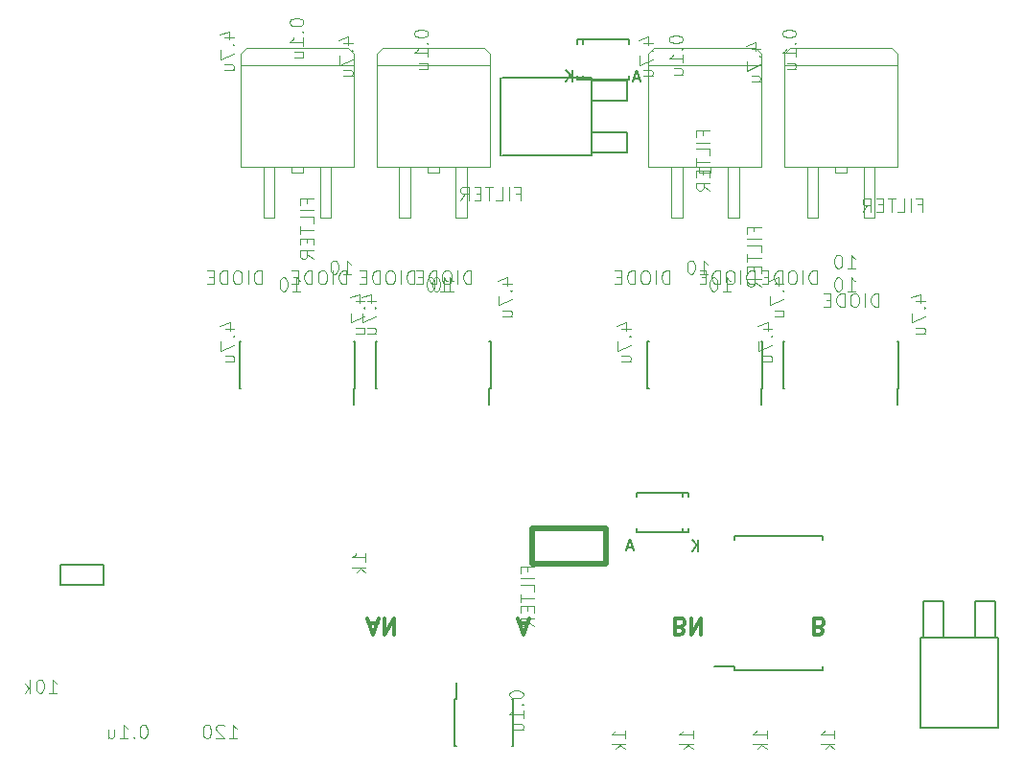
<source format=gbr>
G04 #@! TF.FileFunction,Legend,Bot*
%FSLAX46Y46*%
G04 Gerber Fmt 4.6, Leading zero omitted, Abs format (unit mm)*
G04 Created by KiCad (PCBNEW 4.0.5) date 02/04/17 19:18:08*
%MOMM*%
%LPD*%
G01*
G04 APERTURE LIST*
%ADD10C,0.100000*%
%ADD11C,0.300000*%
%ADD12C,0.150000*%
%ADD13C,0.500000*%
%ADD14C,0.101600*%
G04 APERTURE END LIST*
D10*
D11*
X28357143Y-58750000D02*
X29071429Y-58750000D01*
X28214286Y-58321429D02*
X28714286Y-59821429D01*
X29214286Y-58321429D01*
X29714286Y-58321429D02*
X29714286Y-59821429D01*
X30571429Y-58321429D01*
X30571429Y-59821429D01*
X68107143Y-59107143D02*
X68321429Y-59035714D01*
X68392857Y-58964286D01*
X68464286Y-58821429D01*
X68464286Y-58607143D01*
X68392857Y-58464286D01*
X68321429Y-58392857D01*
X68178571Y-58321429D01*
X67607143Y-58321429D01*
X67607143Y-59821429D01*
X68107143Y-59821429D01*
X68250000Y-59750000D01*
X68321429Y-59678571D01*
X68392857Y-59535714D01*
X68392857Y-59392857D01*
X68321429Y-59250000D01*
X68250000Y-59178571D01*
X68107143Y-59107143D01*
X67607143Y-59107143D01*
X55821429Y-59107143D02*
X56035715Y-59035714D01*
X56107143Y-58964286D01*
X56178572Y-58821429D01*
X56178572Y-58607143D01*
X56107143Y-58464286D01*
X56035715Y-58392857D01*
X55892857Y-58321429D01*
X55321429Y-58321429D01*
X55321429Y-59821429D01*
X55821429Y-59821429D01*
X55964286Y-59750000D01*
X56035715Y-59678571D01*
X56107143Y-59535714D01*
X56107143Y-59392857D01*
X56035715Y-59250000D01*
X55964286Y-59178571D01*
X55821429Y-59107143D01*
X55321429Y-59107143D01*
X56821429Y-58321429D02*
X56821429Y-59821429D01*
X57678572Y-58321429D01*
X57678572Y-59821429D01*
X41642857Y-58750000D02*
X42357143Y-58750000D01*
X41500000Y-58321429D02*
X42000000Y-59821429D01*
X42500000Y-58321429D01*
D10*
X34500000Y-18500000D02*
X34500000Y-19000000D01*
X34500000Y-19000000D02*
X33500000Y-19000000D01*
X33500000Y-19000000D02*
X33500000Y-18500000D01*
X32000000Y-18500000D02*
X32000000Y-23000000D01*
X32000000Y-23000000D02*
X31000000Y-23000000D01*
X31000000Y-23000000D02*
X31000000Y-18500000D01*
X37000000Y-18500000D02*
X37000000Y-23000000D01*
X37000000Y-23000000D02*
X36000000Y-23000000D01*
X36000000Y-23000000D02*
X36000000Y-18500000D01*
X29500000Y-8000000D02*
X38500000Y-8000000D01*
X38500000Y-8000000D02*
X39000000Y-8500000D01*
X29000000Y-8500000D02*
X29500000Y-8000000D01*
X29000000Y-9500000D02*
X29000000Y-8500000D01*
X39000000Y-9500000D02*
X39000000Y-8500000D01*
X39000000Y-9500000D02*
X39000000Y-18500000D01*
X29000000Y-9500000D02*
X39000000Y-9500000D01*
X29000000Y-18500000D02*
X29000000Y-9500000D01*
X29000000Y-18500000D02*
X39000000Y-18500000D01*
D12*
X35925000Y-65425000D02*
X36070000Y-65425000D01*
X35925000Y-69575000D02*
X36070000Y-69575000D01*
X41075000Y-69575000D02*
X40930000Y-69575000D01*
X41075000Y-65425000D02*
X40930000Y-65425000D01*
X35925000Y-65425000D02*
X35925000Y-69575000D01*
X41075000Y-65425000D02*
X41075000Y-69575000D01*
X36070000Y-65425000D02*
X36070000Y-64025000D01*
X39075000Y-38075000D02*
X38970000Y-38075000D01*
X39075000Y-33925000D02*
X38970000Y-33925000D01*
X28925000Y-33925000D02*
X29030000Y-33925000D01*
X28925000Y-38075000D02*
X29030000Y-38075000D01*
X39075000Y-38075000D02*
X39075000Y-33925000D01*
X28925000Y-38075000D02*
X28925000Y-33925000D01*
X38970000Y-38075000D02*
X38970000Y-39450000D01*
X47976000Y-15397000D02*
X51151000Y-15397000D01*
X51151000Y-15397000D02*
X51151000Y-17175000D01*
X51151000Y-17175000D02*
X47976000Y-17175000D01*
X47976000Y-10825000D02*
X51151000Y-10825000D01*
X51151000Y-10825000D02*
X51151000Y-12603000D01*
X51151000Y-12603000D02*
X47976000Y-12603000D01*
X41880000Y-17429000D02*
X47976000Y-17429000D01*
X47976000Y-17429000D02*
X47976000Y-10571000D01*
X47976000Y-10571000D02*
X40102000Y-10571000D01*
X39975000Y-10571000D02*
X39975000Y-17429000D01*
X40102000Y-17429000D02*
X41880000Y-17429000D01*
X27075000Y-38075000D02*
X26970000Y-38075000D01*
X27075000Y-33925000D02*
X26970000Y-33925000D01*
X16925000Y-33925000D02*
X17030000Y-33925000D01*
X16925000Y-38075000D02*
X17030000Y-38075000D01*
X27075000Y-38075000D02*
X27075000Y-33925000D01*
X16925000Y-38075000D02*
X16925000Y-33925000D01*
X26970000Y-38075000D02*
X26970000Y-39450000D01*
X75075000Y-38075000D02*
X74970000Y-38075000D01*
X75075000Y-33925000D02*
X74970000Y-33925000D01*
X64925000Y-33925000D02*
X65030000Y-33925000D01*
X64925000Y-38075000D02*
X65030000Y-38075000D01*
X75075000Y-38075000D02*
X75075000Y-33925000D01*
X64925000Y-38075000D02*
X64925000Y-33925000D01*
X74970000Y-38075000D02*
X74970000Y-39450000D01*
X63075000Y-38075000D02*
X62970000Y-38075000D01*
X63075000Y-33925000D02*
X62970000Y-33925000D01*
X52925000Y-33925000D02*
X53030000Y-33925000D01*
X52925000Y-38075000D02*
X53030000Y-38075000D01*
X63075000Y-38075000D02*
X63075000Y-33925000D01*
X52925000Y-38075000D02*
X52925000Y-33925000D01*
X62970000Y-38075000D02*
X62970000Y-39450000D01*
X56049140Y-50750060D02*
X56049140Y-50399540D01*
X56049140Y-47249940D02*
X56049140Y-47600460D01*
X51999560Y-50750060D02*
X51999560Y-50399540D01*
X56500440Y-50750060D02*
X56500440Y-50399540D01*
X56500440Y-47249940D02*
X56500440Y-47600460D01*
X51999560Y-47249940D02*
X51999560Y-47600460D01*
X56500440Y-50750060D02*
X51999560Y-50750060D01*
X56500440Y-47249940D02*
X51999560Y-47249940D01*
X1095000Y-53611000D02*
X4905000Y-53611000D01*
X4905000Y-53611000D02*
X4905000Y-55389000D01*
X4905000Y-55389000D02*
X1095000Y-55389000D01*
X1095000Y-53611000D02*
X1095000Y-55389000D01*
X47200860Y-7249940D02*
X47200860Y-7600460D01*
X47200860Y-10750060D02*
X47200860Y-10399540D01*
X51250440Y-7249940D02*
X51250440Y-7600460D01*
X46749560Y-7249940D02*
X46749560Y-7600460D01*
X46749560Y-10750060D02*
X46749560Y-10399540D01*
X51250440Y-10750060D02*
X51250440Y-10399540D01*
X46749560Y-7249940D02*
X51250440Y-7249940D01*
X46749560Y-10750060D02*
X51250440Y-10750060D01*
D13*
X49300000Y-53500000D02*
X49300000Y-50400000D01*
X42700000Y-53500000D02*
X42700000Y-50400000D01*
X42700000Y-50400000D02*
X49300000Y-50400000D01*
X42700000Y-53500000D02*
X49300000Y-53500000D01*
D12*
X81897000Y-60024000D02*
X81897000Y-56849000D01*
X81897000Y-56849000D02*
X83675000Y-56849000D01*
X83675000Y-56849000D02*
X83675000Y-60024000D01*
X77325000Y-60024000D02*
X77325000Y-56849000D01*
X77325000Y-56849000D02*
X79103000Y-56849000D01*
X79103000Y-56849000D02*
X79103000Y-60024000D01*
X83929000Y-66120000D02*
X83929000Y-60024000D01*
X83929000Y-60024000D02*
X77071000Y-60024000D01*
X77071000Y-60024000D02*
X77071000Y-67898000D01*
X77071000Y-68025000D02*
X83929000Y-68025000D01*
X83929000Y-67898000D02*
X83929000Y-66120000D01*
D10*
X22500000Y-18500000D02*
X22500000Y-19000000D01*
X22500000Y-19000000D02*
X21500000Y-19000000D01*
X21500000Y-19000000D02*
X21500000Y-18500000D01*
X20000000Y-18500000D02*
X20000000Y-23000000D01*
X20000000Y-23000000D02*
X19000000Y-23000000D01*
X19000000Y-23000000D02*
X19000000Y-18500000D01*
X25000000Y-18500000D02*
X25000000Y-23000000D01*
X25000000Y-23000000D02*
X24000000Y-23000000D01*
X24000000Y-23000000D02*
X24000000Y-18500000D01*
X17500000Y-8000000D02*
X26500000Y-8000000D01*
X26500000Y-8000000D02*
X27000000Y-8500000D01*
X17000000Y-8500000D02*
X17500000Y-8000000D01*
X17000000Y-9500000D02*
X17000000Y-8500000D01*
X27000000Y-9500000D02*
X27000000Y-8500000D01*
X27000000Y-9500000D02*
X27000000Y-18500000D01*
X17000000Y-9500000D02*
X27000000Y-9500000D01*
X17000000Y-18500000D02*
X17000000Y-9500000D01*
X17000000Y-18500000D02*
X27000000Y-18500000D01*
X58500000Y-18500000D02*
X58500000Y-19000000D01*
X58500000Y-19000000D02*
X57500000Y-19000000D01*
X57500000Y-19000000D02*
X57500000Y-18500000D01*
X56000000Y-18500000D02*
X56000000Y-23000000D01*
X56000000Y-23000000D02*
X55000000Y-23000000D01*
X55000000Y-23000000D02*
X55000000Y-18500000D01*
X61000000Y-18500000D02*
X61000000Y-23000000D01*
X61000000Y-23000000D02*
X60000000Y-23000000D01*
X60000000Y-23000000D02*
X60000000Y-18500000D01*
X53500000Y-8000000D02*
X62500000Y-8000000D01*
X62500000Y-8000000D02*
X63000000Y-8500000D01*
X53000000Y-8500000D02*
X53500000Y-8000000D01*
X53000000Y-9500000D02*
X53000000Y-8500000D01*
X63000000Y-9500000D02*
X63000000Y-8500000D01*
X63000000Y-9500000D02*
X63000000Y-18500000D01*
X53000000Y-9500000D02*
X63000000Y-9500000D01*
X53000000Y-18500000D02*
X53000000Y-9500000D01*
X53000000Y-18500000D02*
X63000000Y-18500000D01*
X70500000Y-18500000D02*
X70500000Y-19000000D01*
X70500000Y-19000000D02*
X69500000Y-19000000D01*
X69500000Y-19000000D02*
X69500000Y-18500000D01*
X68000000Y-18500000D02*
X68000000Y-23000000D01*
X68000000Y-23000000D02*
X67000000Y-23000000D01*
X67000000Y-23000000D02*
X67000000Y-18500000D01*
X73000000Y-18500000D02*
X73000000Y-23000000D01*
X73000000Y-23000000D02*
X72000000Y-23000000D01*
X72000000Y-23000000D02*
X72000000Y-18500000D01*
X65500000Y-8000000D02*
X74500000Y-8000000D01*
X74500000Y-8000000D02*
X75000000Y-8500000D01*
X65000000Y-8500000D02*
X65500000Y-8000000D01*
X65000000Y-9500000D02*
X65000000Y-8500000D01*
X75000000Y-9500000D02*
X75000000Y-8500000D01*
X75000000Y-9500000D02*
X75000000Y-18500000D01*
X65000000Y-9500000D02*
X75000000Y-9500000D01*
X65000000Y-18500000D02*
X65000000Y-9500000D01*
X65000000Y-18500000D02*
X75000000Y-18500000D01*
D12*
X60625000Y-62950000D02*
X60625000Y-62605000D01*
X68375000Y-62950000D02*
X68375000Y-62605000D01*
X68375000Y-51050000D02*
X68375000Y-51395000D01*
X60625000Y-51050000D02*
X60625000Y-51395000D01*
X60625000Y-62950000D02*
X68375000Y-62950000D01*
X60625000Y-51050000D02*
X68375000Y-51050000D01*
X60625000Y-62605000D02*
X58800000Y-62605000D01*
D14*
X40138214Y-28804333D02*
X40942548Y-28804333D01*
X39678595Y-28517071D02*
X40540381Y-28229810D01*
X40540381Y-28976690D01*
X40827643Y-29436310D02*
X40885095Y-29493762D01*
X40942548Y-29436310D01*
X40885095Y-29378858D01*
X40827643Y-29436310D01*
X40942548Y-29436310D01*
X39736048Y-29895929D02*
X39736048Y-30700262D01*
X40942548Y-30183191D01*
X40138214Y-31676953D02*
X40942548Y-31676953D01*
X40138214Y-31159882D02*
X40770190Y-31159882D01*
X40885095Y-31217334D01*
X40942548Y-31332239D01*
X40942548Y-31504596D01*
X40885095Y-31619501D01*
X40827643Y-31676953D01*
X27138214Y-30304333D02*
X27942548Y-30304333D01*
X26678595Y-30017071D02*
X27540381Y-29729810D01*
X27540381Y-30476690D01*
X27827643Y-30936310D02*
X27885095Y-30993762D01*
X27942548Y-30936310D01*
X27885095Y-30878858D01*
X27827643Y-30936310D01*
X27942548Y-30936310D01*
X26736048Y-31395929D02*
X26736048Y-32200262D01*
X27942548Y-31683191D01*
X27138214Y-33176953D02*
X27942548Y-33176953D01*
X27138214Y-32659882D02*
X27770190Y-32659882D01*
X27885095Y-32717334D01*
X27942548Y-32832239D01*
X27942548Y-33004596D01*
X27885095Y-33119501D01*
X27827643Y-33176953D01*
X28138214Y-30304333D02*
X28942548Y-30304333D01*
X27678595Y-30017071D02*
X28540381Y-29729810D01*
X28540381Y-30476690D01*
X28827643Y-30936310D02*
X28885095Y-30993762D01*
X28942548Y-30936310D01*
X28885095Y-30878858D01*
X28827643Y-30936310D01*
X28942548Y-30936310D01*
X27736048Y-31395929D02*
X27736048Y-32200262D01*
X28942548Y-31683191D01*
X28138214Y-33176953D02*
X28942548Y-33176953D01*
X28138214Y-32659882D02*
X28770190Y-32659882D01*
X28885095Y-32717334D01*
X28942548Y-32832239D01*
X28942548Y-33004596D01*
X28885095Y-33119501D01*
X28827643Y-33176953D01*
X15638214Y-32804333D02*
X16442548Y-32804333D01*
X15178595Y-32517071D02*
X16040381Y-32229810D01*
X16040381Y-32976690D01*
X16327643Y-33436310D02*
X16385095Y-33493762D01*
X16442548Y-33436310D01*
X16385095Y-33378858D01*
X16327643Y-33436310D01*
X16442548Y-33436310D01*
X15236048Y-33895929D02*
X15236048Y-34700262D01*
X16442548Y-34183191D01*
X15638214Y-35676953D02*
X16442548Y-35676953D01*
X15638214Y-35159882D02*
X16270190Y-35159882D01*
X16385095Y-35217334D01*
X16442548Y-35332239D01*
X16442548Y-35504596D01*
X16385095Y-35619501D01*
X16327643Y-35676953D01*
X76638214Y-30304333D02*
X77442548Y-30304333D01*
X76178595Y-30017071D02*
X77040381Y-29729810D01*
X77040381Y-30476690D01*
X77327643Y-30936310D02*
X77385095Y-30993762D01*
X77442548Y-30936310D01*
X77385095Y-30878858D01*
X77327643Y-30936310D01*
X77442548Y-30936310D01*
X76236048Y-31395929D02*
X76236048Y-32200262D01*
X77442548Y-31683191D01*
X76638214Y-33176953D02*
X77442548Y-33176953D01*
X76638214Y-32659882D02*
X77270190Y-32659882D01*
X77385095Y-32717334D01*
X77442548Y-32832239D01*
X77442548Y-33004596D01*
X77385095Y-33119501D01*
X77327643Y-33176953D01*
X63138214Y-32804333D02*
X63942548Y-32804333D01*
X62678595Y-32517071D02*
X63540381Y-32229810D01*
X63540381Y-32976690D01*
X63827643Y-33436310D02*
X63885095Y-33493762D01*
X63942548Y-33436310D01*
X63885095Y-33378858D01*
X63827643Y-33436310D01*
X63942548Y-33436310D01*
X62736048Y-33895929D02*
X62736048Y-34700262D01*
X63942548Y-34183191D01*
X63138214Y-35676953D02*
X63942548Y-35676953D01*
X63138214Y-35159882D02*
X63770190Y-35159882D01*
X63885095Y-35217334D01*
X63942548Y-35332239D01*
X63942548Y-35504596D01*
X63885095Y-35619501D01*
X63827643Y-35676953D01*
X64138214Y-28804333D02*
X64942548Y-28804333D01*
X63678595Y-28517071D02*
X64540381Y-28229810D01*
X64540381Y-28976690D01*
X64827643Y-29436310D02*
X64885095Y-29493762D01*
X64942548Y-29436310D01*
X64885095Y-29378858D01*
X64827643Y-29436310D01*
X64942548Y-29436310D01*
X63736048Y-29895929D02*
X63736048Y-30700262D01*
X64942548Y-30183191D01*
X64138214Y-31676953D02*
X64942548Y-31676953D01*
X64138214Y-31159882D02*
X64770190Y-31159882D01*
X64885095Y-31217334D01*
X64942548Y-31332239D01*
X64942548Y-31504596D01*
X64885095Y-31619501D01*
X64827643Y-31676953D01*
X50638214Y-32804333D02*
X51442548Y-32804333D01*
X50178595Y-32517071D02*
X51040381Y-32229810D01*
X51040381Y-32976690D01*
X51327643Y-33436310D02*
X51385095Y-33493762D01*
X51442548Y-33436310D01*
X51385095Y-33378858D01*
X51327643Y-33436310D01*
X51442548Y-33436310D01*
X50236048Y-33895929D02*
X50236048Y-34700262D01*
X51442548Y-34183191D01*
X50638214Y-35676953D02*
X51442548Y-35676953D01*
X50638214Y-35159882D02*
X51270190Y-35159882D01*
X51385095Y-35217334D01*
X51442548Y-35332239D01*
X51442548Y-35504596D01*
X51385095Y-35619501D01*
X51327643Y-35676953D01*
X8482929Y-67736048D02*
X8368024Y-67736048D01*
X8253119Y-67793500D01*
X8195667Y-67850952D01*
X8138214Y-67965857D01*
X8080762Y-68195667D01*
X8080762Y-68482929D01*
X8138214Y-68712738D01*
X8195667Y-68827643D01*
X8253119Y-68885095D01*
X8368024Y-68942548D01*
X8482929Y-68942548D01*
X8597833Y-68885095D01*
X8655286Y-68827643D01*
X8712738Y-68712738D01*
X8770190Y-68482929D01*
X8770190Y-68195667D01*
X8712738Y-67965857D01*
X8655286Y-67850952D01*
X8597833Y-67793500D01*
X8482929Y-67736048D01*
X7563690Y-68827643D02*
X7506238Y-68885095D01*
X7563690Y-68942548D01*
X7621142Y-68885095D01*
X7563690Y-68827643D01*
X7563690Y-68942548D01*
X6357190Y-68942548D02*
X7046618Y-68942548D01*
X6701904Y-68942548D02*
X6701904Y-67736048D01*
X6816809Y-67908405D01*
X6931714Y-68023310D01*
X7046618Y-68080762D01*
X5323047Y-68138214D02*
X5323047Y-68942548D01*
X5840118Y-68138214D02*
X5840118Y-68770190D01*
X5782666Y-68885095D01*
X5667761Y-68942548D01*
X5495404Y-68942548D01*
X5380499Y-68885095D01*
X5323047Y-68827643D01*
X80762Y-64942548D02*
X770190Y-64942548D01*
X425476Y-64942548D02*
X425476Y-63736048D01*
X540381Y-63908405D01*
X655286Y-64023310D01*
X770190Y-64080762D01*
X-666119Y-63736048D02*
X-781024Y-63736048D01*
X-895929Y-63793500D01*
X-953381Y-63850952D01*
X-1010834Y-63965857D01*
X-1068286Y-64195667D01*
X-1068286Y-64482929D01*
X-1010834Y-64712738D01*
X-953381Y-64827643D01*
X-895929Y-64885095D01*
X-781024Y-64942548D01*
X-666119Y-64942548D01*
X-551215Y-64885095D01*
X-493762Y-64827643D01*
X-436310Y-64712738D01*
X-378858Y-64482929D01*
X-378858Y-64195667D01*
X-436310Y-63965857D01*
X-493762Y-63850952D01*
X-551215Y-63793500D01*
X-666119Y-63736048D01*
X-1585358Y-64942548D02*
X-1585358Y-63736048D01*
X-1700263Y-64482929D02*
X-2044977Y-64942548D01*
X-2044977Y-64138214D02*
X-1585358Y-64597833D01*
X28042548Y-53319238D02*
X28042548Y-52629810D01*
X28042548Y-52974524D02*
X26836048Y-52974524D01*
X27008405Y-52859619D01*
X27123310Y-52744714D01*
X27180762Y-52629810D01*
X28042548Y-53836310D02*
X26836048Y-53836310D01*
X27582929Y-53951215D02*
X28042548Y-54295929D01*
X27238214Y-54295929D02*
X27697833Y-53836310D01*
X34580762Y-29442548D02*
X35270190Y-29442548D01*
X34925476Y-29442548D02*
X34925476Y-28236048D01*
X35040381Y-28408405D01*
X35155286Y-28523310D01*
X35270190Y-28580762D01*
X33833881Y-28236048D02*
X33718976Y-28236048D01*
X33604071Y-28293500D01*
X33546619Y-28350952D01*
X33489166Y-28465857D01*
X33431714Y-28695667D01*
X33431714Y-28982929D01*
X33489166Y-29212738D01*
X33546619Y-29327643D01*
X33604071Y-29385095D01*
X33718976Y-29442548D01*
X33833881Y-29442548D01*
X33948785Y-29385095D01*
X34006238Y-29327643D01*
X34063690Y-29212738D01*
X34121142Y-28982929D01*
X34121142Y-28695667D01*
X34063690Y-28465857D01*
X34006238Y-28350952D01*
X33948785Y-28293500D01*
X33833881Y-28236048D01*
X35080762Y-29442548D02*
X35770190Y-29442548D01*
X35425476Y-29442548D02*
X35425476Y-28236048D01*
X35540381Y-28408405D01*
X35655286Y-28523310D01*
X35770190Y-28580762D01*
X34333881Y-28236048D02*
X34218976Y-28236048D01*
X34104071Y-28293500D01*
X34046619Y-28350952D01*
X33989166Y-28465857D01*
X33931714Y-28695667D01*
X33931714Y-28982929D01*
X33989166Y-29212738D01*
X34046619Y-29327643D01*
X34104071Y-29385095D01*
X34218976Y-29442548D01*
X34333881Y-29442548D01*
X34448785Y-29385095D01*
X34506238Y-29327643D01*
X34563690Y-29212738D01*
X34621142Y-28982929D01*
X34621142Y-28695667D01*
X34563690Y-28465857D01*
X34506238Y-28350952D01*
X34448785Y-28293500D01*
X34333881Y-28236048D01*
X26080762Y-27942548D02*
X26770190Y-27942548D01*
X26425476Y-27942548D02*
X26425476Y-26736048D01*
X26540381Y-26908405D01*
X26655286Y-27023310D01*
X26770190Y-27080762D01*
X25333881Y-26736048D02*
X25218976Y-26736048D01*
X25104071Y-26793500D01*
X25046619Y-26850952D01*
X24989166Y-26965857D01*
X24931714Y-27195667D01*
X24931714Y-27482929D01*
X24989166Y-27712738D01*
X25046619Y-27827643D01*
X25104071Y-27885095D01*
X25218976Y-27942548D01*
X25333881Y-27942548D01*
X25448785Y-27885095D01*
X25506238Y-27827643D01*
X25563690Y-27712738D01*
X25621142Y-27482929D01*
X25621142Y-27195667D01*
X25563690Y-26965857D01*
X25506238Y-26850952D01*
X25448785Y-26793500D01*
X25333881Y-26736048D01*
X21580762Y-29442548D02*
X22270190Y-29442548D01*
X21925476Y-29442548D02*
X21925476Y-28236048D01*
X22040381Y-28408405D01*
X22155286Y-28523310D01*
X22270190Y-28580762D01*
X20833881Y-28236048D02*
X20718976Y-28236048D01*
X20604071Y-28293500D01*
X20546619Y-28350952D01*
X20489166Y-28465857D01*
X20431714Y-28695667D01*
X20431714Y-28982929D01*
X20489166Y-29212738D01*
X20546619Y-29327643D01*
X20604071Y-29385095D01*
X20718976Y-29442548D01*
X20833881Y-29442548D01*
X20948785Y-29385095D01*
X21006238Y-29327643D01*
X21063690Y-29212738D01*
X21121142Y-28982929D01*
X21121142Y-28695667D01*
X21063690Y-28465857D01*
X21006238Y-28350952D01*
X20948785Y-28293500D01*
X20833881Y-28236048D01*
X70580762Y-27442548D02*
X71270190Y-27442548D01*
X70925476Y-27442548D02*
X70925476Y-26236048D01*
X71040381Y-26408405D01*
X71155286Y-26523310D01*
X71270190Y-26580762D01*
X69833881Y-26236048D02*
X69718976Y-26236048D01*
X69604071Y-26293500D01*
X69546619Y-26350952D01*
X69489166Y-26465857D01*
X69431714Y-26695667D01*
X69431714Y-26982929D01*
X69489166Y-27212738D01*
X69546619Y-27327643D01*
X69604071Y-27385095D01*
X69718976Y-27442548D01*
X69833881Y-27442548D01*
X69948785Y-27385095D01*
X70006238Y-27327643D01*
X70063690Y-27212738D01*
X70121142Y-26982929D01*
X70121142Y-26695667D01*
X70063690Y-26465857D01*
X70006238Y-26350952D01*
X69948785Y-26293500D01*
X69833881Y-26236048D01*
X70580762Y-29442548D02*
X71270190Y-29442548D01*
X70925476Y-29442548D02*
X70925476Y-28236048D01*
X71040381Y-28408405D01*
X71155286Y-28523310D01*
X71270190Y-28580762D01*
X69833881Y-28236048D02*
X69718976Y-28236048D01*
X69604071Y-28293500D01*
X69546619Y-28350952D01*
X69489166Y-28465857D01*
X69431714Y-28695667D01*
X69431714Y-28982929D01*
X69489166Y-29212738D01*
X69546619Y-29327643D01*
X69604071Y-29385095D01*
X69718976Y-29442548D01*
X69833881Y-29442548D01*
X69948785Y-29385095D01*
X70006238Y-29327643D01*
X70063690Y-29212738D01*
X70121142Y-28982929D01*
X70121142Y-28695667D01*
X70063690Y-28465857D01*
X70006238Y-28350952D01*
X69948785Y-28293500D01*
X69833881Y-28236048D01*
X59580762Y-29442548D02*
X60270190Y-29442548D01*
X59925476Y-29442548D02*
X59925476Y-28236048D01*
X60040381Y-28408405D01*
X60155286Y-28523310D01*
X60270190Y-28580762D01*
X58833881Y-28236048D02*
X58718976Y-28236048D01*
X58604071Y-28293500D01*
X58546619Y-28350952D01*
X58489166Y-28465857D01*
X58431714Y-28695667D01*
X58431714Y-28982929D01*
X58489166Y-29212738D01*
X58546619Y-29327643D01*
X58604071Y-29385095D01*
X58718976Y-29442548D01*
X58833881Y-29442548D01*
X58948785Y-29385095D01*
X59006238Y-29327643D01*
X59063690Y-29212738D01*
X59121142Y-28982929D01*
X59121142Y-28695667D01*
X59063690Y-28465857D01*
X59006238Y-28350952D01*
X58948785Y-28293500D01*
X58833881Y-28236048D01*
X57580762Y-27942548D02*
X58270190Y-27942548D01*
X57925476Y-27942548D02*
X57925476Y-26736048D01*
X58040381Y-26908405D01*
X58155286Y-27023310D01*
X58270190Y-27080762D01*
X56833881Y-26736048D02*
X56718976Y-26736048D01*
X56604071Y-26793500D01*
X56546619Y-26850952D01*
X56489166Y-26965857D01*
X56431714Y-27195667D01*
X56431714Y-27482929D01*
X56489166Y-27712738D01*
X56546619Y-27827643D01*
X56604071Y-27885095D01*
X56718976Y-27942548D01*
X56833881Y-27942548D01*
X56948785Y-27885095D01*
X57006238Y-27827643D01*
X57063690Y-27712738D01*
X57121142Y-27482929D01*
X57121142Y-27195667D01*
X57063690Y-26965857D01*
X57006238Y-26850952D01*
X56948785Y-26793500D01*
X56833881Y-26736048D01*
X15980762Y-68942548D02*
X16670190Y-68942548D01*
X16325476Y-68942548D02*
X16325476Y-67736048D01*
X16440381Y-67908405D01*
X16555286Y-68023310D01*
X16670190Y-68080762D01*
X15521142Y-67850952D02*
X15463690Y-67793500D01*
X15348785Y-67736048D01*
X15061523Y-67736048D01*
X14946619Y-67793500D01*
X14889166Y-67850952D01*
X14831714Y-67965857D01*
X14831714Y-68080762D01*
X14889166Y-68253119D01*
X15578595Y-68942548D01*
X14831714Y-68942548D01*
X14084833Y-67736048D02*
X13969928Y-67736048D01*
X13855023Y-67793500D01*
X13797571Y-67850952D01*
X13740118Y-67965857D01*
X13682666Y-68195667D01*
X13682666Y-68482929D01*
X13740118Y-68712738D01*
X13797571Y-68827643D01*
X13855023Y-68885095D01*
X13969928Y-68942548D01*
X14084833Y-68942548D01*
X14199737Y-68885095D01*
X14257190Y-68827643D01*
X14314642Y-68712738D01*
X14372094Y-68482929D01*
X14372094Y-68195667D01*
X14314642Y-67965857D01*
X14257190Y-67850952D01*
X14199737Y-67793500D01*
X14084833Y-67736048D01*
X41310571Y-20810571D02*
X41712738Y-20810571D01*
X41712738Y-21442548D02*
X41712738Y-20236048D01*
X41138214Y-20236048D01*
X40678595Y-21442548D02*
X40678595Y-20236048D01*
X39529547Y-21442548D02*
X40104071Y-21442548D01*
X40104071Y-20236048D01*
X39299738Y-20236048D02*
X38610310Y-20236048D01*
X38955024Y-21442548D02*
X38955024Y-20236048D01*
X38208143Y-20810571D02*
X37805976Y-20810571D01*
X37633619Y-21442548D02*
X38208143Y-21442548D01*
X38208143Y-20236048D01*
X37633619Y-20236048D01*
X36427120Y-21442548D02*
X36829286Y-20868024D01*
X37116548Y-21442548D02*
X37116548Y-20236048D01*
X36656929Y-20236048D01*
X36542024Y-20293500D01*
X36484572Y-20350952D01*
X36427120Y-20465857D01*
X36427120Y-20638214D01*
X36484572Y-20753119D01*
X36542024Y-20810571D01*
X36656929Y-20868024D01*
X37116548Y-20868024D01*
X22810571Y-21689429D02*
X22810571Y-21287262D01*
X23442548Y-21287262D02*
X22236048Y-21287262D01*
X22236048Y-21861786D01*
X23442548Y-22321405D02*
X22236048Y-22321405D01*
X23442548Y-23470453D02*
X23442548Y-22895929D01*
X22236048Y-22895929D01*
X22236048Y-23700262D02*
X22236048Y-24389690D01*
X23442548Y-24044976D02*
X22236048Y-24044976D01*
X22810571Y-24791857D02*
X22810571Y-25194024D01*
X23442548Y-25366381D02*
X23442548Y-24791857D01*
X22236048Y-24791857D01*
X22236048Y-25366381D01*
X23442548Y-26572880D02*
X22868024Y-26170714D01*
X23442548Y-25883452D02*
X22236048Y-25883452D01*
X22236048Y-26343071D01*
X22293500Y-26457976D01*
X22350952Y-26515428D01*
X22465857Y-26572880D01*
X22638214Y-26572880D01*
X22753119Y-26515428D01*
X22810571Y-26457976D01*
X22868024Y-26343071D01*
X22868024Y-25883452D01*
X76810571Y-21810571D02*
X77212738Y-21810571D01*
X77212738Y-22442548D02*
X77212738Y-21236048D01*
X76638214Y-21236048D01*
X76178595Y-22442548D02*
X76178595Y-21236048D01*
X75029547Y-22442548D02*
X75604071Y-22442548D01*
X75604071Y-21236048D01*
X74799738Y-21236048D02*
X74110310Y-21236048D01*
X74455024Y-22442548D02*
X74455024Y-21236048D01*
X73708143Y-21810571D02*
X73305976Y-21810571D01*
X73133619Y-22442548D02*
X73708143Y-22442548D01*
X73708143Y-21236048D01*
X73133619Y-21236048D01*
X71927120Y-22442548D02*
X72329286Y-21868024D01*
X72616548Y-22442548D02*
X72616548Y-21236048D01*
X72156929Y-21236048D01*
X72042024Y-21293500D01*
X71984572Y-21350952D01*
X71927120Y-21465857D01*
X71927120Y-21638214D01*
X71984572Y-21753119D01*
X72042024Y-21810571D01*
X72156929Y-21868024D01*
X72616548Y-21868024D01*
X62310571Y-24189429D02*
X62310571Y-23787262D01*
X62942548Y-23787262D02*
X61736048Y-23787262D01*
X61736048Y-24361786D01*
X62942548Y-24821405D02*
X61736048Y-24821405D01*
X62942548Y-25970453D02*
X62942548Y-25395929D01*
X61736048Y-25395929D01*
X61736048Y-26200262D02*
X61736048Y-26889690D01*
X62942548Y-26544976D02*
X61736048Y-26544976D01*
X62310571Y-27291857D02*
X62310571Y-27694024D01*
X62942548Y-27866381D02*
X62942548Y-27291857D01*
X61736048Y-27291857D01*
X61736048Y-27866381D01*
X62942548Y-29072880D02*
X62368024Y-28670714D01*
X62942548Y-28383452D02*
X61736048Y-28383452D01*
X61736048Y-28843071D01*
X61793500Y-28957976D01*
X61850952Y-29015428D01*
X61965857Y-29072880D01*
X62138214Y-29072880D01*
X62253119Y-29015428D01*
X62310571Y-28957976D01*
X62368024Y-28843071D01*
X62368024Y-28383452D01*
X57810571Y-15689429D02*
X57810571Y-15287262D01*
X58442548Y-15287262D02*
X57236048Y-15287262D01*
X57236048Y-15861786D01*
X58442548Y-16321405D02*
X57236048Y-16321405D01*
X58442548Y-17470453D02*
X58442548Y-16895929D01*
X57236048Y-16895929D01*
X57236048Y-17700262D02*
X57236048Y-18389690D01*
X58442548Y-18044976D02*
X57236048Y-18044976D01*
X57810571Y-18791857D02*
X57810571Y-19194024D01*
X58442548Y-19366381D02*
X58442548Y-18791857D01*
X57236048Y-18791857D01*
X57236048Y-19366381D01*
X58442548Y-20572880D02*
X57868024Y-20170714D01*
X58442548Y-19883452D02*
X57236048Y-19883452D01*
X57236048Y-20343071D01*
X57293500Y-20457976D01*
X57350952Y-20515428D01*
X57465857Y-20572880D01*
X57638214Y-20572880D01*
X57753119Y-20515428D01*
X57810571Y-20457976D01*
X57868024Y-20343071D01*
X57868024Y-19883452D01*
X40736048Y-65017071D02*
X40736048Y-65131976D01*
X40793500Y-65246881D01*
X40850952Y-65304333D01*
X40965857Y-65361786D01*
X41195667Y-65419238D01*
X41482929Y-65419238D01*
X41712738Y-65361786D01*
X41827643Y-65304333D01*
X41885095Y-65246881D01*
X41942548Y-65131976D01*
X41942548Y-65017071D01*
X41885095Y-64902167D01*
X41827643Y-64844714D01*
X41712738Y-64787262D01*
X41482929Y-64729810D01*
X41195667Y-64729810D01*
X40965857Y-64787262D01*
X40850952Y-64844714D01*
X40793500Y-64902167D01*
X40736048Y-65017071D01*
X41827643Y-65936310D02*
X41885095Y-65993762D01*
X41942548Y-65936310D01*
X41885095Y-65878858D01*
X41827643Y-65936310D01*
X41942548Y-65936310D01*
X41942548Y-67142810D02*
X41942548Y-66453382D01*
X41942548Y-66798096D02*
X40736048Y-66798096D01*
X40908405Y-66683191D01*
X41023310Y-66568286D01*
X41080762Y-66453382D01*
X41138214Y-68176953D02*
X41942548Y-68176953D01*
X41138214Y-67659882D02*
X41770190Y-67659882D01*
X41885095Y-67717334D01*
X41942548Y-67832239D01*
X41942548Y-68004596D01*
X41885095Y-68119501D01*
X41827643Y-68176953D01*
D12*
X57411905Y-52402381D02*
X57411905Y-51402381D01*
X56840476Y-52402381D02*
X57269048Y-51830952D01*
X56840476Y-51402381D02*
X57411905Y-51973810D01*
X51588095Y-52066667D02*
X51111904Y-52066667D01*
X51683333Y-52352381D02*
X51350000Y-51352381D01*
X51016666Y-52352381D01*
D14*
X50942548Y-68919238D02*
X50942548Y-68229810D01*
X50942548Y-68574524D02*
X49736048Y-68574524D01*
X49908405Y-68459619D01*
X50023310Y-68344714D01*
X50080762Y-68229810D01*
X50942548Y-69436310D02*
X49736048Y-69436310D01*
X50482929Y-69551215D02*
X50942548Y-69895929D01*
X50138214Y-69895929D02*
X50597833Y-69436310D01*
X56942548Y-68919238D02*
X56942548Y-68229810D01*
X56942548Y-68574524D02*
X55736048Y-68574524D01*
X55908405Y-68459619D01*
X56023310Y-68344714D01*
X56080762Y-68229810D01*
X56942548Y-69436310D02*
X55736048Y-69436310D01*
X56482929Y-69551215D02*
X56942548Y-69895929D01*
X56138214Y-69895929D02*
X56597833Y-69436310D01*
X63442548Y-68919238D02*
X63442548Y-68229810D01*
X63442548Y-68574524D02*
X62236048Y-68574524D01*
X62408405Y-68459619D01*
X62523310Y-68344714D01*
X62580762Y-68229810D01*
X63442548Y-69436310D02*
X62236048Y-69436310D01*
X62982929Y-69551215D02*
X63442548Y-69895929D01*
X62638214Y-69895929D02*
X63097833Y-69436310D01*
X69442548Y-68919238D02*
X69442548Y-68229810D01*
X69442548Y-68574524D02*
X68236048Y-68574524D01*
X68408405Y-68459619D01*
X68523310Y-68344714D01*
X68580762Y-68229810D01*
X69442548Y-69436310D02*
X68236048Y-69436310D01*
X68982929Y-69551215D02*
X69442548Y-69895929D01*
X68638214Y-69895929D02*
X69097833Y-69436310D01*
D12*
X46261905Y-10952381D02*
X46261905Y-9952381D01*
X45690476Y-10952381D02*
X46119048Y-10380952D01*
X45690476Y-9952381D02*
X46261905Y-10523810D01*
X52238095Y-10666667D02*
X51761904Y-10666667D01*
X52333333Y-10952381D02*
X52000000Y-9952381D01*
X51666666Y-10952381D01*
D14*
X42310571Y-54189429D02*
X42310571Y-53787262D01*
X42942548Y-53787262D02*
X41736048Y-53787262D01*
X41736048Y-54361786D01*
X42942548Y-54821405D02*
X41736048Y-54821405D01*
X42942548Y-55970453D02*
X42942548Y-55395929D01*
X41736048Y-55395929D01*
X41736048Y-56200262D02*
X41736048Y-56889690D01*
X42942548Y-56544976D02*
X41736048Y-56544976D01*
X42310571Y-57291857D02*
X42310571Y-57694024D01*
X42942548Y-57866381D02*
X42942548Y-57291857D01*
X41736048Y-57291857D01*
X41736048Y-57866381D01*
X42942548Y-59072880D02*
X42368024Y-58670714D01*
X42942548Y-58383452D02*
X41736048Y-58383452D01*
X41736048Y-58843071D01*
X41793500Y-58957976D01*
X41850952Y-59015428D01*
X41965857Y-59072880D01*
X42138214Y-59072880D01*
X42253119Y-59015428D01*
X42310571Y-58957976D01*
X42368024Y-58843071D01*
X42368024Y-58383452D01*
X15598214Y-7074333D02*
X16402548Y-7074333D01*
X15138595Y-6787071D02*
X16000381Y-6499810D01*
X16000381Y-7246690D01*
X16287643Y-7706310D02*
X16345095Y-7763762D01*
X16402548Y-7706310D01*
X16345095Y-7648858D01*
X16287643Y-7706310D01*
X16402548Y-7706310D01*
X15196048Y-8165929D02*
X15196048Y-8970262D01*
X16402548Y-8453191D01*
X15598214Y-9946953D02*
X16402548Y-9946953D01*
X15598214Y-9429882D02*
X16230190Y-9429882D01*
X16345095Y-9487334D01*
X16402548Y-9602239D01*
X16402548Y-9774596D01*
X16345095Y-9889501D01*
X16287643Y-9946953D01*
X26098214Y-7574333D02*
X26902548Y-7574333D01*
X25638595Y-7287071D02*
X26500381Y-6999810D01*
X26500381Y-7746690D01*
X26787643Y-8206310D02*
X26845095Y-8263762D01*
X26902548Y-8206310D01*
X26845095Y-8148858D01*
X26787643Y-8206310D01*
X26902548Y-8206310D01*
X25696048Y-8665929D02*
X25696048Y-9470262D01*
X26902548Y-8953191D01*
X26098214Y-10446953D02*
X26902548Y-10446953D01*
X26098214Y-9929882D02*
X26730190Y-9929882D01*
X26845095Y-9987334D01*
X26902548Y-10102239D01*
X26902548Y-10274596D01*
X26845095Y-10389501D01*
X26787643Y-10446953D01*
X62098214Y-8074333D02*
X62902548Y-8074333D01*
X61638595Y-7787071D02*
X62500381Y-7499810D01*
X62500381Y-8246690D01*
X62787643Y-8706310D02*
X62845095Y-8763762D01*
X62902548Y-8706310D01*
X62845095Y-8648858D01*
X62787643Y-8706310D01*
X62902548Y-8706310D01*
X61696048Y-9165929D02*
X61696048Y-9970262D01*
X62902548Y-9453191D01*
X62098214Y-10946953D02*
X62902548Y-10946953D01*
X62098214Y-10429882D02*
X62730190Y-10429882D01*
X62845095Y-10487334D01*
X62902548Y-10602239D01*
X62902548Y-10774596D01*
X62845095Y-10889501D01*
X62787643Y-10946953D01*
X52598214Y-7574333D02*
X53402548Y-7574333D01*
X52138595Y-7287071D02*
X53000381Y-6999810D01*
X53000381Y-7746690D01*
X53287643Y-8206310D02*
X53345095Y-8263762D01*
X53402548Y-8206310D01*
X53345095Y-8148858D01*
X53287643Y-8206310D01*
X53402548Y-8206310D01*
X52196048Y-8665929D02*
X52196048Y-9470262D01*
X53402548Y-8953191D01*
X52598214Y-10446953D02*
X53402548Y-10446953D01*
X52598214Y-9929882D02*
X53230190Y-9929882D01*
X53345095Y-9987334D01*
X53402548Y-10102239D01*
X53402548Y-10274596D01*
X53345095Y-10389501D01*
X53287643Y-10446953D01*
X32331048Y-6652071D02*
X32331048Y-6766976D01*
X32388500Y-6881881D01*
X32445952Y-6939333D01*
X32560857Y-6996786D01*
X32790667Y-7054238D01*
X33077929Y-7054238D01*
X33307738Y-6996786D01*
X33422643Y-6939333D01*
X33480095Y-6881881D01*
X33537548Y-6766976D01*
X33537548Y-6652071D01*
X33480095Y-6537167D01*
X33422643Y-6479714D01*
X33307738Y-6422262D01*
X33077929Y-6364810D01*
X32790667Y-6364810D01*
X32560857Y-6422262D01*
X32445952Y-6479714D01*
X32388500Y-6537167D01*
X32331048Y-6652071D01*
X33422643Y-7571310D02*
X33480095Y-7628762D01*
X33537548Y-7571310D01*
X33480095Y-7513858D01*
X33422643Y-7571310D01*
X33537548Y-7571310D01*
X33537548Y-8777810D02*
X33537548Y-8088382D01*
X33537548Y-8433096D02*
X32331048Y-8433096D01*
X32503405Y-8318191D01*
X32618310Y-8203286D01*
X32675762Y-8088382D01*
X32733214Y-9811953D02*
X33537548Y-9811953D01*
X32733214Y-9294882D02*
X33365190Y-9294882D01*
X33480095Y-9352334D01*
X33537548Y-9467239D01*
X33537548Y-9639596D01*
X33480095Y-9754501D01*
X33422643Y-9811953D01*
X64831048Y-6652071D02*
X64831048Y-6766976D01*
X64888500Y-6881881D01*
X64945952Y-6939333D01*
X65060857Y-6996786D01*
X65290667Y-7054238D01*
X65577929Y-7054238D01*
X65807738Y-6996786D01*
X65922643Y-6939333D01*
X65980095Y-6881881D01*
X66037548Y-6766976D01*
X66037548Y-6652071D01*
X65980095Y-6537167D01*
X65922643Y-6479714D01*
X65807738Y-6422262D01*
X65577929Y-6364810D01*
X65290667Y-6364810D01*
X65060857Y-6422262D01*
X64945952Y-6479714D01*
X64888500Y-6537167D01*
X64831048Y-6652071D01*
X65922643Y-7571310D02*
X65980095Y-7628762D01*
X66037548Y-7571310D01*
X65980095Y-7513858D01*
X65922643Y-7571310D01*
X66037548Y-7571310D01*
X66037548Y-8777810D02*
X66037548Y-8088382D01*
X66037548Y-8433096D02*
X64831048Y-8433096D01*
X65003405Y-8318191D01*
X65118310Y-8203286D01*
X65175762Y-8088382D01*
X65233214Y-9811953D02*
X66037548Y-9811953D01*
X65233214Y-9294882D02*
X65865190Y-9294882D01*
X65980095Y-9352334D01*
X66037548Y-9467239D01*
X66037548Y-9639596D01*
X65980095Y-9754501D01*
X65922643Y-9811953D01*
X21331048Y-5652071D02*
X21331048Y-5766976D01*
X21388500Y-5881881D01*
X21445952Y-5939333D01*
X21560857Y-5996786D01*
X21790667Y-6054238D01*
X22077929Y-6054238D01*
X22307738Y-5996786D01*
X22422643Y-5939333D01*
X22480095Y-5881881D01*
X22537548Y-5766976D01*
X22537548Y-5652071D01*
X22480095Y-5537167D01*
X22422643Y-5479714D01*
X22307738Y-5422262D01*
X22077929Y-5364810D01*
X21790667Y-5364810D01*
X21560857Y-5422262D01*
X21445952Y-5479714D01*
X21388500Y-5537167D01*
X21331048Y-5652071D01*
X22422643Y-6571310D02*
X22480095Y-6628762D01*
X22537548Y-6571310D01*
X22480095Y-6513858D01*
X22422643Y-6571310D01*
X22537548Y-6571310D01*
X22537548Y-7777810D02*
X22537548Y-7088382D01*
X22537548Y-7433096D02*
X21331048Y-7433096D01*
X21503405Y-7318191D01*
X21618310Y-7203286D01*
X21675762Y-7088382D01*
X21733214Y-8811953D02*
X22537548Y-8811953D01*
X21733214Y-8294882D02*
X22365190Y-8294882D01*
X22480095Y-8352334D01*
X22537548Y-8467239D01*
X22537548Y-8639596D01*
X22480095Y-8754501D01*
X22422643Y-8811953D01*
X54831048Y-7152071D02*
X54831048Y-7266976D01*
X54888500Y-7381881D01*
X54945952Y-7439333D01*
X55060857Y-7496786D01*
X55290667Y-7554238D01*
X55577929Y-7554238D01*
X55807738Y-7496786D01*
X55922643Y-7439333D01*
X55980095Y-7381881D01*
X56037548Y-7266976D01*
X56037548Y-7152071D01*
X55980095Y-7037167D01*
X55922643Y-6979714D01*
X55807738Y-6922262D01*
X55577929Y-6864810D01*
X55290667Y-6864810D01*
X55060857Y-6922262D01*
X54945952Y-6979714D01*
X54888500Y-7037167D01*
X54831048Y-7152071D01*
X55922643Y-8071310D02*
X55980095Y-8128762D01*
X56037548Y-8071310D01*
X55980095Y-8013858D01*
X55922643Y-8071310D01*
X56037548Y-8071310D01*
X56037548Y-9277810D02*
X56037548Y-8588382D01*
X56037548Y-8933096D02*
X54831048Y-8933096D01*
X55003405Y-8818191D01*
X55118310Y-8703286D01*
X55175762Y-8588382D01*
X55233214Y-10311953D02*
X56037548Y-10311953D01*
X55233214Y-9794882D02*
X55865190Y-9794882D01*
X55980095Y-9852334D01*
X56037548Y-9967239D01*
X56037548Y-10139596D01*
X55980095Y-10254501D01*
X55922643Y-10311953D01*
X73347738Y-30847548D02*
X73347738Y-29641048D01*
X73060476Y-29641048D01*
X72888119Y-29698500D01*
X72773214Y-29813405D01*
X72715762Y-29928310D01*
X72658310Y-30158119D01*
X72658310Y-30330476D01*
X72715762Y-30560286D01*
X72773214Y-30675190D01*
X72888119Y-30790095D01*
X73060476Y-30847548D01*
X73347738Y-30847548D01*
X72141238Y-30847548D02*
X72141238Y-29641048D01*
X71336905Y-29641048D02*
X71107095Y-29641048D01*
X70992190Y-29698500D01*
X70877286Y-29813405D01*
X70819833Y-30043214D01*
X70819833Y-30445381D01*
X70877286Y-30675190D01*
X70992190Y-30790095D01*
X71107095Y-30847548D01*
X71336905Y-30847548D01*
X71451809Y-30790095D01*
X71566714Y-30675190D01*
X71624166Y-30445381D01*
X71624166Y-30043214D01*
X71566714Y-29813405D01*
X71451809Y-29698500D01*
X71336905Y-29641048D01*
X70302762Y-30847548D02*
X70302762Y-29641048D01*
X70015500Y-29641048D01*
X69843143Y-29698500D01*
X69728238Y-29813405D01*
X69670786Y-29928310D01*
X69613334Y-30158119D01*
X69613334Y-30330476D01*
X69670786Y-30560286D01*
X69728238Y-30675190D01*
X69843143Y-30790095D01*
X70015500Y-30847548D01*
X70302762Y-30847548D01*
X69096262Y-30215571D02*
X68694095Y-30215571D01*
X68521738Y-30847548D02*
X69096262Y-30847548D01*
X69096262Y-29641048D01*
X68521738Y-29641048D01*
X67847738Y-28847548D02*
X67847738Y-27641048D01*
X67560476Y-27641048D01*
X67388119Y-27698500D01*
X67273214Y-27813405D01*
X67215762Y-27928310D01*
X67158310Y-28158119D01*
X67158310Y-28330476D01*
X67215762Y-28560286D01*
X67273214Y-28675190D01*
X67388119Y-28790095D01*
X67560476Y-28847548D01*
X67847738Y-28847548D01*
X66641238Y-28847548D02*
X66641238Y-27641048D01*
X65836905Y-27641048D02*
X65607095Y-27641048D01*
X65492190Y-27698500D01*
X65377286Y-27813405D01*
X65319833Y-28043214D01*
X65319833Y-28445381D01*
X65377286Y-28675190D01*
X65492190Y-28790095D01*
X65607095Y-28847548D01*
X65836905Y-28847548D01*
X65951809Y-28790095D01*
X66066714Y-28675190D01*
X66124166Y-28445381D01*
X66124166Y-28043214D01*
X66066714Y-27813405D01*
X65951809Y-27698500D01*
X65836905Y-27641048D01*
X64802762Y-28847548D02*
X64802762Y-27641048D01*
X64515500Y-27641048D01*
X64343143Y-27698500D01*
X64228238Y-27813405D01*
X64170786Y-27928310D01*
X64113334Y-28158119D01*
X64113334Y-28330476D01*
X64170786Y-28560286D01*
X64228238Y-28675190D01*
X64343143Y-28790095D01*
X64515500Y-28847548D01*
X64802762Y-28847548D01*
X63596262Y-28215571D02*
X63194095Y-28215571D01*
X63021738Y-28847548D02*
X63596262Y-28847548D01*
X63596262Y-27641048D01*
X63021738Y-27641048D01*
X62347738Y-28847548D02*
X62347738Y-27641048D01*
X62060476Y-27641048D01*
X61888119Y-27698500D01*
X61773214Y-27813405D01*
X61715762Y-27928310D01*
X61658310Y-28158119D01*
X61658310Y-28330476D01*
X61715762Y-28560286D01*
X61773214Y-28675190D01*
X61888119Y-28790095D01*
X62060476Y-28847548D01*
X62347738Y-28847548D01*
X61141238Y-28847548D02*
X61141238Y-27641048D01*
X60336905Y-27641048D02*
X60107095Y-27641048D01*
X59992190Y-27698500D01*
X59877286Y-27813405D01*
X59819833Y-28043214D01*
X59819833Y-28445381D01*
X59877286Y-28675190D01*
X59992190Y-28790095D01*
X60107095Y-28847548D01*
X60336905Y-28847548D01*
X60451809Y-28790095D01*
X60566714Y-28675190D01*
X60624166Y-28445381D01*
X60624166Y-28043214D01*
X60566714Y-27813405D01*
X60451809Y-27698500D01*
X60336905Y-27641048D01*
X59302762Y-28847548D02*
X59302762Y-27641048D01*
X59015500Y-27641048D01*
X58843143Y-27698500D01*
X58728238Y-27813405D01*
X58670786Y-27928310D01*
X58613334Y-28158119D01*
X58613334Y-28330476D01*
X58670786Y-28560286D01*
X58728238Y-28675190D01*
X58843143Y-28790095D01*
X59015500Y-28847548D01*
X59302762Y-28847548D01*
X58096262Y-28215571D02*
X57694095Y-28215571D01*
X57521738Y-28847548D02*
X58096262Y-28847548D01*
X58096262Y-27641048D01*
X57521738Y-27641048D01*
X54847738Y-28847548D02*
X54847738Y-27641048D01*
X54560476Y-27641048D01*
X54388119Y-27698500D01*
X54273214Y-27813405D01*
X54215762Y-27928310D01*
X54158310Y-28158119D01*
X54158310Y-28330476D01*
X54215762Y-28560286D01*
X54273214Y-28675190D01*
X54388119Y-28790095D01*
X54560476Y-28847548D01*
X54847738Y-28847548D01*
X53641238Y-28847548D02*
X53641238Y-27641048D01*
X52836905Y-27641048D02*
X52607095Y-27641048D01*
X52492190Y-27698500D01*
X52377286Y-27813405D01*
X52319833Y-28043214D01*
X52319833Y-28445381D01*
X52377286Y-28675190D01*
X52492190Y-28790095D01*
X52607095Y-28847548D01*
X52836905Y-28847548D01*
X52951809Y-28790095D01*
X53066714Y-28675190D01*
X53124166Y-28445381D01*
X53124166Y-28043214D01*
X53066714Y-27813405D01*
X52951809Y-27698500D01*
X52836905Y-27641048D01*
X51802762Y-28847548D02*
X51802762Y-27641048D01*
X51515500Y-27641048D01*
X51343143Y-27698500D01*
X51228238Y-27813405D01*
X51170786Y-27928310D01*
X51113334Y-28158119D01*
X51113334Y-28330476D01*
X51170786Y-28560286D01*
X51228238Y-28675190D01*
X51343143Y-28790095D01*
X51515500Y-28847548D01*
X51802762Y-28847548D01*
X50596262Y-28215571D02*
X50194095Y-28215571D01*
X50021738Y-28847548D02*
X50596262Y-28847548D01*
X50596262Y-27641048D01*
X50021738Y-27641048D01*
X37347738Y-28847548D02*
X37347738Y-27641048D01*
X37060476Y-27641048D01*
X36888119Y-27698500D01*
X36773214Y-27813405D01*
X36715762Y-27928310D01*
X36658310Y-28158119D01*
X36658310Y-28330476D01*
X36715762Y-28560286D01*
X36773214Y-28675190D01*
X36888119Y-28790095D01*
X37060476Y-28847548D01*
X37347738Y-28847548D01*
X36141238Y-28847548D02*
X36141238Y-27641048D01*
X35336905Y-27641048D02*
X35107095Y-27641048D01*
X34992190Y-27698500D01*
X34877286Y-27813405D01*
X34819833Y-28043214D01*
X34819833Y-28445381D01*
X34877286Y-28675190D01*
X34992190Y-28790095D01*
X35107095Y-28847548D01*
X35336905Y-28847548D01*
X35451809Y-28790095D01*
X35566714Y-28675190D01*
X35624166Y-28445381D01*
X35624166Y-28043214D01*
X35566714Y-27813405D01*
X35451809Y-27698500D01*
X35336905Y-27641048D01*
X34302762Y-28847548D02*
X34302762Y-27641048D01*
X34015500Y-27641048D01*
X33843143Y-27698500D01*
X33728238Y-27813405D01*
X33670786Y-27928310D01*
X33613334Y-28158119D01*
X33613334Y-28330476D01*
X33670786Y-28560286D01*
X33728238Y-28675190D01*
X33843143Y-28790095D01*
X34015500Y-28847548D01*
X34302762Y-28847548D01*
X33096262Y-28215571D02*
X32694095Y-28215571D01*
X32521738Y-28847548D02*
X33096262Y-28847548D01*
X33096262Y-27641048D01*
X32521738Y-27641048D01*
X32347738Y-28847548D02*
X32347738Y-27641048D01*
X32060476Y-27641048D01*
X31888119Y-27698500D01*
X31773214Y-27813405D01*
X31715762Y-27928310D01*
X31658310Y-28158119D01*
X31658310Y-28330476D01*
X31715762Y-28560286D01*
X31773214Y-28675190D01*
X31888119Y-28790095D01*
X32060476Y-28847548D01*
X32347738Y-28847548D01*
X31141238Y-28847548D02*
X31141238Y-27641048D01*
X30336905Y-27641048D02*
X30107095Y-27641048D01*
X29992190Y-27698500D01*
X29877286Y-27813405D01*
X29819833Y-28043214D01*
X29819833Y-28445381D01*
X29877286Y-28675190D01*
X29992190Y-28790095D01*
X30107095Y-28847548D01*
X30336905Y-28847548D01*
X30451809Y-28790095D01*
X30566714Y-28675190D01*
X30624166Y-28445381D01*
X30624166Y-28043214D01*
X30566714Y-27813405D01*
X30451809Y-27698500D01*
X30336905Y-27641048D01*
X29302762Y-28847548D02*
X29302762Y-27641048D01*
X29015500Y-27641048D01*
X28843143Y-27698500D01*
X28728238Y-27813405D01*
X28670786Y-27928310D01*
X28613334Y-28158119D01*
X28613334Y-28330476D01*
X28670786Y-28560286D01*
X28728238Y-28675190D01*
X28843143Y-28790095D01*
X29015500Y-28847548D01*
X29302762Y-28847548D01*
X28096262Y-28215571D02*
X27694095Y-28215571D01*
X27521738Y-28847548D02*
X28096262Y-28847548D01*
X28096262Y-27641048D01*
X27521738Y-27641048D01*
X26347738Y-28847548D02*
X26347738Y-27641048D01*
X26060476Y-27641048D01*
X25888119Y-27698500D01*
X25773214Y-27813405D01*
X25715762Y-27928310D01*
X25658310Y-28158119D01*
X25658310Y-28330476D01*
X25715762Y-28560286D01*
X25773214Y-28675190D01*
X25888119Y-28790095D01*
X26060476Y-28847548D01*
X26347738Y-28847548D01*
X25141238Y-28847548D02*
X25141238Y-27641048D01*
X24336905Y-27641048D02*
X24107095Y-27641048D01*
X23992190Y-27698500D01*
X23877286Y-27813405D01*
X23819833Y-28043214D01*
X23819833Y-28445381D01*
X23877286Y-28675190D01*
X23992190Y-28790095D01*
X24107095Y-28847548D01*
X24336905Y-28847548D01*
X24451809Y-28790095D01*
X24566714Y-28675190D01*
X24624166Y-28445381D01*
X24624166Y-28043214D01*
X24566714Y-27813405D01*
X24451809Y-27698500D01*
X24336905Y-27641048D01*
X23302762Y-28847548D02*
X23302762Y-27641048D01*
X23015500Y-27641048D01*
X22843143Y-27698500D01*
X22728238Y-27813405D01*
X22670786Y-27928310D01*
X22613334Y-28158119D01*
X22613334Y-28330476D01*
X22670786Y-28560286D01*
X22728238Y-28675190D01*
X22843143Y-28790095D01*
X23015500Y-28847548D01*
X23302762Y-28847548D01*
X22096262Y-28215571D02*
X21694095Y-28215571D01*
X21521738Y-28847548D02*
X22096262Y-28847548D01*
X22096262Y-27641048D01*
X21521738Y-27641048D01*
X18847738Y-28847548D02*
X18847738Y-27641048D01*
X18560476Y-27641048D01*
X18388119Y-27698500D01*
X18273214Y-27813405D01*
X18215762Y-27928310D01*
X18158310Y-28158119D01*
X18158310Y-28330476D01*
X18215762Y-28560286D01*
X18273214Y-28675190D01*
X18388119Y-28790095D01*
X18560476Y-28847548D01*
X18847738Y-28847548D01*
X17641238Y-28847548D02*
X17641238Y-27641048D01*
X16836905Y-27641048D02*
X16607095Y-27641048D01*
X16492190Y-27698500D01*
X16377286Y-27813405D01*
X16319833Y-28043214D01*
X16319833Y-28445381D01*
X16377286Y-28675190D01*
X16492190Y-28790095D01*
X16607095Y-28847548D01*
X16836905Y-28847548D01*
X16951809Y-28790095D01*
X17066714Y-28675190D01*
X17124166Y-28445381D01*
X17124166Y-28043214D01*
X17066714Y-27813405D01*
X16951809Y-27698500D01*
X16836905Y-27641048D01*
X15802762Y-28847548D02*
X15802762Y-27641048D01*
X15515500Y-27641048D01*
X15343143Y-27698500D01*
X15228238Y-27813405D01*
X15170786Y-27928310D01*
X15113334Y-28158119D01*
X15113334Y-28330476D01*
X15170786Y-28560286D01*
X15228238Y-28675190D01*
X15343143Y-28790095D01*
X15515500Y-28847548D01*
X15802762Y-28847548D01*
X14596262Y-28215571D02*
X14194095Y-28215571D01*
X14021738Y-28847548D02*
X14596262Y-28847548D01*
X14596262Y-27641048D01*
X14021738Y-27641048D01*
M02*

</source>
